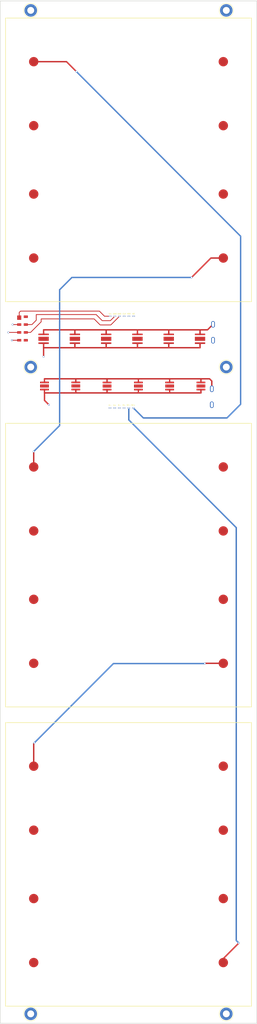
<source format=kicad_pcb>
(kicad_pcb (version 4) (host pcbnew 4.0.7-e2-6376~58~ubuntu16.04.1)

  (general
    (links 0)
    (no_connects 0)
    (area 58.464999 19.907 140.615001 347.905)
    (thickness 1.6)
    (drawings 34)
    (tracks 162)
    (zones 0)
    (modules 26)
    (nets 1)
  )

  (page User 200 399.999)
  (layers
    (0 F.Cu power)
    (1 In1.Cu signal)
    (2 In2.Cu signal)
    (31 B.Cu signal)
    (32 B.Adhes user)
    (33 F.Adhes user)
    (34 B.Paste user)
    (35 F.Paste user)
    (36 B.SilkS user)
    (37 F.SilkS user)
    (38 B.Mask user)
    (39 F.Mask user)
    (40 Dwgs.User user)
    (41 Cmts.User user)
    (42 Eco1.User user)
    (43 Eco2.User user)
    (44 Edge.Cuts user)
    (45 Margin user)
    (46 B.CrtYd user)
    (47 F.CrtYd user)
    (48 B.Fab user)
    (49 F.Fab user)
  )

  (setup
    (last_trace_width 0.25)
    (user_trace_width 0.45)
    (trace_clearance 0.2)
    (zone_clearance 0.508)
    (zone_45_only no)
    (trace_min 0.2)
    (segment_width 0.2)
    (edge_width 0.15)
    (via_size 0.6)
    (via_drill 0.4)
    (via_min_size 0.4)
    (via_min_drill 0.3)
    (uvia_size 0.3)
    (uvia_drill 0.1)
    (uvias_allowed no)
    (uvia_min_size 0.2)
    (uvia_min_drill 0.1)
    (pcb_text_width 0.3)
    (pcb_text_size 1.5 1.5)
    (mod_edge_width 0.15)
    (mod_text_size 1 1)
    (mod_text_width 0.15)
    (pad_size 4 4)
    (pad_drill 2.2)
    (pad_to_mask_clearance 0.2)
    (aux_axis_origin 0 0)
    (visible_elements 7FFFFFFF)
    (pcbplotparams
      (layerselection 0x010f0_80000007)
      (usegerberextensions false)
      (excludeedgelayer true)
      (linewidth 0.100000)
      (plotframeref true)
      (viasonmask false)
      (mode 1)
      (useauxorigin false)
      (hpglpennumber 1)
      (hpglpenspeed 20)
      (hpglpendiameter 15)
      (hpglpenoverlay 2)
      (psnegative false)
      (psa4output false)
      (plotreference true)
      (plotvalue true)
      (plotinvisibletext false)
      (padsonsilk true)
      (subtractmaskfromsilk false)
      (outputformat 4)
      (mirror false)
      (drillshape 0)
      (scaleselection 1)
      (outputdirectory pdfs/))
  )

  (net 0 "")

  (net_class Default "This is the default net class."
    (clearance 0.2)
    (trace_width 0.25)
    (via_dia 0.6)
    (via_drill 0.4)
    (uvia_dia 0.3)
    (uvia_drill 0.1)
  )

  (module QSAT:connector (layer F.Cu) (tedit 5AF4B75F) (tstamp 5AF4B7BF)
    (at 97.42 121.43)
    (fp_text reference "" (at -0.3 -2.21) (layer F.SilkS)
      (effects (font (size 1 1) (thickness 0.15)))
    )
    (fp_text value "" (at -0.3 -3.21) (layer F.Fab)
      (effects (font (size 1 1) (thickness 0.15)))
    )
    (pad 1 thru_hole oval (at -3.75 0) (size 0.9 0.4) (drill oval 0.75 0.25) (layers *.Cu *.Mask))
    (pad 21 thru_hole oval (at -2.253 0) (size 0.9 0.4) (drill oval 0.75 0.25) (layers *.Cu *.Mask))
    (pad 31 thru_hole oval (at -0.756 0) (size 0.9 0.4) (drill oval 0.75 0.25) (layers *.Cu *.Mask))
    (pad 41 thru_hole oval (at 0.741 0) (size 0.9 0.4) (drill oval 0.75 0.25) (layers *.Cu *.Mask))
    (pad 51 thru_hole oval (at 2.238 0) (size 0.9 0.4) (drill oval 0.75 0.25) (layers *.Cu *.Mask))
    (pad 61 thru_hole oval (at 3.735 0) (size 0.9 0.4) (drill oval 0.75 0.25) (layers *.Cu *.Mask))
  )

  (module QSAT:solarpanels (layer F.Cu) (tedit 5AF391BF) (tstamp 5A909231)
    (at 64.74 232.08 90)
    (fp_text reference "" (at -0.09 1.05 90) (layer F.SilkS)
      (effects (font (size 1 1) (thickness 0.15)))
    )
    (fp_text value "" (at 0 -0.5 90) (layer F.Fab)
      (effects (font (size 1 1) (thickness 0.15)))
    )
    (pad 1 smd circle (at 42.2 65.1 90) (size 3 3) (layers F.Cu F.Paste F.Mask))
    (pad 1 smd circle (at 62.6 4.5 90) (size 3 3) (layers F.Cu F.Paste F.Mask))
    (pad 1 smd circle (at 62.6 65.1 90) (size 3 3) (layers F.Cu F.Paste F.Mask))
    (pad 1 smd circle (at 42.2 4.5 90) (size 3 3) (layers F.Cu F.Paste F.Mask))
    (pad 1 smd circle (at 20.4 65.1 90) (size 3 3) (layers F.Cu F.Paste F.Mask))
    (pad 1 smd circle (at 20.4 4.5 90) (size 3 3) (layers F.Cu F.Paste F.Mask))
    (pad 1 smd circle (at 0 65.1 90) (size 3 3) (layers F.Cu F.Paste F.Mask))
    (pad 1 smd circle (at 0 4.5 90) (size 3 3) (layers F.Cu F.Paste F.Mask))
  )

  (module QSAT:greenLED (layer F.Cu) (tedit 5AF3911A) (tstamp 5AF3907B)
    (at 92.68 143.69 90)
    (fp_text reference "" (at -0.09 -3.13 90) (layer F.SilkS)
      (effects (font (size 1 1) (thickness 0.15)))
    )
    (fp_text value "" (at -0.09 -4.13 90) (layer F.Fab)
      (effects (font (size 1 1) (thickness 0.15)))
    )
    (pad 1 smd rect (at 0 0 180) (size 2.8 1) (layers F.Cu F.Paste F.Mask))
    (pad 2 smd rect (at -1.125 0 180) (size 2.8 0.55) (layers F.Cu F.Paste F.Mask))
    (pad 3 smd rect (at 1.125 0 180) (size 2.8 0.55) (layers F.Cu F.Paste F.Mask))
  )

  (module QSAT:greenLED (layer F.Cu) (tedit 5AF39112) (tstamp 5AF39048)
    (at 82.7 143.66 90)
    (fp_text reference "" (at -0.09 -3.13 90) (layer F.SilkS)
      (effects (font (size 1 1) (thickness 0.15)))
    )
    (fp_text value "" (at 0.39 3.14 90) (layer F.Fab)
      (effects (font (size 1 1) (thickness 0.15)))
    )
    (pad 1 smd rect (at 0 0 180) (size 2.8 1) (layers F.Cu F.Paste F.Mask))
    (pad 2 smd rect (at -1.125 0 180) (size 2.8 0.55) (layers F.Cu F.Paste F.Mask))
    (pad 3 smd rect (at 1.125 0 180) (size 2.8 0.55) (layers F.Cu F.Paste F.Mask))
  )

  (module Connectors:1pin (layer F.Cu) (tedit 5ADF8F02) (tstamp 5ADF92A8)
    (at 130.79 343.83)
    (descr "module 1 pin (ou trou mecanique de percage)")
    (tags DEV)
    (fp_text reference "" (at 0 -3.048) (layer F.SilkS)
      (effects (font (size 1 1) (thickness 0.15)))
    )
    (fp_text value "" (at 0 3) (layer F.Fab)
      (effects (font (size 1 1) (thickness 0.15)))
    )
    (fp_circle (center 0 0) (end 2 0.8) (layer F.Fab) (width 0.1))
    (fp_circle (center 0 0) (end 2.6 0) (layer F.CrtYd) (width 0.05))
    (fp_circle (center 0 0) (end 0 -2.286) (layer F.SilkS) (width 0.12))
    (pad 1 thru_hole circle (at 0 0) (size 4 4) (drill 2.2) (layers *.Cu *.Mask))
  )

  (module Connectors:1pin (layer F.Cu) (tedit 5ADF8F02) (tstamp 5ADF9266)
    (at 130.79 137.63)
    (descr "module 1 pin (ou trou mecanique de percage)")
    (tags DEV)
    (fp_text reference "" (at 0 -3.048) (layer F.SilkS)
      (effects (font (size 1 1) (thickness 0.15)))
    )
    (fp_text value "" (at 0 3) (layer F.Fab)
      (effects (font (size 1 1) (thickness 0.15)))
    )
    (fp_circle (center 0 0) (end 2 0.8) (layer F.Fab) (width 0.1))
    (fp_circle (center 0 0) (end 2.6 0) (layer F.CrtYd) (width 0.05))
    (fp_circle (center 0 0) (end 0 -2.286) (layer F.SilkS) (width 0.12))
    (pad 1 thru_hole circle (at 0 0) (size 4 4) (drill 2.2) (layers *.Cu *.Mask))
  )

  (module Connectors:1pin (layer F.Cu) (tedit 5ADF8F02) (tstamp 5ADF9157)
    (at 68.29 343.83)
    (descr "module 1 pin (ou trou mecanique de percage)")
    (tags DEV)
    (fp_text reference "" (at 0 -3.048) (layer F.SilkS)
      (effects (font (size 1 1) (thickness 0.15)))
    )
    (fp_text value "" (at 0 3) (layer F.Fab)
      (effects (font (size 1 1) (thickness 0.15)))
    )
    (fp_circle (center 0 0) (end 2 0.8) (layer F.Fab) (width 0.1))
    (fp_circle (center 0 0) (end 2.6 0) (layer F.CrtYd) (width 0.05))
    (fp_circle (center 0 0) (end 0 -2.286) (layer F.SilkS) (width 0.12))
    (pad 1 thru_hole circle (at 0 0) (size 4 4) (drill 2.2) (layers *.Cu *.Mask))
  )

  (module Connectors:1pin (layer F.Cu) (tedit 5ADF8F02) (tstamp 5ADF908A)
    (at 68.29 137.63)
    (descr "module 1 pin (ou trou mecanique de percage)")
    (tags DEV)
    (fp_text reference "" (at 0 -3.048) (layer F.SilkS)
      (effects (font (size 1 1) (thickness 0.15)))
    )
    (fp_text value "" (at 0 3) (layer F.Fab)
      (effects (font (size 1 1) (thickness 0.15)))
    )
    (fp_circle (center 0 0) (end 2 0.8) (layer F.Fab) (width 0.1))
    (fp_circle (center 0 0) (end 2.6 0) (layer F.CrtYd) (width 0.05))
    (fp_circle (center 0 0) (end 0 -2.286) (layer F.SilkS) (width 0.12))
    (pad 1 thru_hole circle (at 0 0) (size 4 4) (drill 2.2) (layers *.Cu *.Mask))
  )

  (module Connectors:1pin (layer F.Cu) (tedit 5ADF8F02) (tstamp 5ADF9050)
    (at 130.79 23.93)
    (descr "module 1 pin (ou trou mecanique de percage)")
    (tags DEV)
    (fp_text reference "" (at 0 -3.048) (layer F.SilkS)
      (effects (font (size 1 1) (thickness 0.15)))
    )
    (fp_text value "" (at 0 3) (layer F.Fab)
      (effects (font (size 1 1) (thickness 0.15)))
    )
    (fp_circle (center 0 0) (end 2 0.8) (layer F.Fab) (width 0.1))
    (fp_circle (center 0 0) (end 2.6 0) (layer F.CrtYd) (width 0.05))
    (fp_circle (center 0 0) (end 0 -2.286) (layer F.SilkS) (width 0.12))
    (pad 1 thru_hole circle (at 0 0) (size 4 4) (drill 2.2) (layers *.Cu *.Mask))
  )

  (module QSAT:redLED (layer F.Cu) (tedit 5AF3915A) (tstamp 5A90931F)
    (at 69 128.62 90)
    (fp_text reference "" (at 0 0.5 90) (layer F.SilkS)
      (effects (font (size 1 1) (thickness 0.15)))
    )
    (fp_text value "" (at -0.225 -0.9 90) (layer F.Fab)
      (effects (font (size 1 1) (thickness 0.15)))
    )
    (pad 1 smd rect (at 0 3.4 90) (size 1.3 3.3) (layers F.Cu F.Paste F.Mask))
    (pad 2 smd rect (at -1.4 3.4 90) (size 0.5 3.3) (layers F.Cu F.Paste F.Mask))
    (pad 3 smd rect (at 1.4 3.4 90) (size 0.5 3.3) (layers F.Cu F.Paste F.Mask))
    (pad 4 smd rect (at 1.85 3.4 90) (size 0.4 0.5) (layers F.Cu F.Paste F.Mask))
    (pad 5 smd rect (at -1.85 3.4 90) (size 0.4 0.5) (layers F.Cu F.Paste F.Mask))
  )

  (module QSAT:redLED (layer F.Cu) (tedit 5AF39166) (tstamp 5A909315)
    (at 79 128.62 90)
    (fp_text reference "" (at 0 0.5 90) (layer F.SilkS)
      (effects (font (size 1 1) (thickness 0.15)))
    )
    (fp_text value "" (at -0.1 -0.925 90) (layer F.Fab)
      (effects (font (size 1 1) (thickness 0.15)))
    )
    (pad 1 smd rect (at 0 3.4 90) (size 1.3 3.3) (layers F.Cu F.Paste F.Mask))
    (pad 2 smd rect (at -1.4 3.4 90) (size 0.5 3.3) (layers F.Cu F.Paste F.Mask))
    (pad 3 smd rect (at 1.4 3.4 90) (size 0.5 3.3) (layers F.Cu F.Paste F.Mask))
    (pad 4 smd rect (at 1.85 3.4 90) (size 0.4 0.5) (layers F.Cu F.Paste F.Mask))
    (pad 5 smd rect (at -1.85 3.4 90) (size 0.4 0.5) (layers F.Cu F.Paste F.Mask))
  )

  (module QSAT:redLED (layer F.Cu) (tedit 5AF39175) (tstamp 5A90930B)
    (at 89 128.62 90)
    (fp_text reference "" (at 0 0.5 90) (layer F.SilkS)
      (effects (font (size 1 1) (thickness 0.15)))
    )
    (fp_text value "" (at -0.175 -0.95 90) (layer F.Fab)
      (effects (font (size 1 1) (thickness 0.15)))
    )
    (pad 1 smd rect (at 0 3.4 90) (size 1.3 3.3) (layers F.Cu F.Paste F.Mask))
    (pad 2 smd rect (at -1.4 3.4 90) (size 0.5 3.3) (layers F.Cu F.Paste F.Mask))
    (pad 3 smd rect (at 1.4 3.4 90) (size 0.5 3.3) (layers F.Cu F.Paste F.Mask))
    (pad 4 smd rect (at 1.85 3.4 90) (size 0.4 0.5) (layers F.Cu F.Paste F.Mask))
    (pad 5 smd rect (at -1.85 3.4 90) (size 0.4 0.5) (layers F.Cu F.Paste F.Mask))
  )

  (module QSAT:redLED (layer F.Cu) (tedit 5AF3916E) (tstamp 5A909302)
    (at 99 128.62 90)
    (fp_text reference "" (at 0 0.5 90) (layer F.SilkS)
      (effects (font (size 1 1) (thickness 0.15)))
    )
    (fp_text value "" (at 0 -0.85 90) (layer F.Fab)
      (effects (font (size 1 1) (thickness 0.15)))
    )
    (pad 1 smd rect (at 0 3.4 90) (size 1.3 3.3) (layers F.Cu F.Paste F.Mask))
    (pad 2 smd rect (at -1.4 3.4 90) (size 0.5 3.3) (layers F.Cu F.Paste F.Mask))
    (pad 3 smd rect (at 1.4 3.4 90) (size 0.5 3.3) (layers F.Cu F.Paste F.Mask))
    (pad 4 smd rect (at 1.85 3.4 90) (size 0.4 0.5) (layers F.Cu F.Paste F.Mask))
    (pad 5 smd rect (at -1.85 3.4 90) (size 0.4 0.5) (layers F.Cu F.Paste F.Mask))
  )

  (module QSAT:redLED (layer F.Cu) (tedit 5AF3917E) (tstamp 5A9092EF)
    (at 109 128.62 90)
    (fp_text reference "" (at 0 0.5 90) (layer F.SilkS)
      (effects (font (size 1 1) (thickness 0.15)))
    )
    (fp_text value "" (at -0.075 -0.8 90) (layer F.Fab)
      (effects (font (size 1 1) (thickness 0.15)))
    )
    (pad 1 smd rect (at 0 3.4 90) (size 1.3 3.3) (layers F.Cu F.Paste F.Mask))
    (pad 2 smd rect (at -1.4 3.4 90) (size 0.5 3.3) (layers F.Cu F.Paste F.Mask))
    (pad 3 smd rect (at 1.4 3.4 90) (size 0.5 3.3) (layers F.Cu F.Paste F.Mask))
    (pad 4 smd rect (at 1.85 3.4 90) (size 0.4 0.5) (layers F.Cu F.Paste F.Mask))
    (pad 5 smd rect (at -1.85 3.4 90) (size 0.4 0.5) (layers F.Cu F.Paste F.Mask))
  )

  (module QSAT:solarpanels (layer F.Cu) (tedit 5AF39220) (tstamp 5A90921E)
    (at 64.84 327.48 90)
    (fp_text reference "" (at 0.26 1.09 90) (layer F.SilkS)
      (effects (font (size 1 1) (thickness 0.15)))
    )
    (fp_text value "" (at 0 -0.5 90) (layer F.Fab)
      (effects (font (size 1 1) (thickness 0.15)))
    )
    (pad 1 smd circle (at 42.2 65 90) (size 3 3) (layers F.Cu F.Paste F.Mask))
    (pad 1 smd circle (at 62.6 4.4 90) (size 3 3) (layers F.Cu F.Paste F.Mask))
    (pad 1 smd circle (at 62.6 65 90) (size 3 3) (layers F.Cu F.Paste F.Mask))
    (pad 1 smd circle (at 42.2 4.4 90) (size 3 3) (layers F.Cu F.Paste F.Mask))
    (pad 1 smd circle (at 20.4 65 90) (size 3 3) (layers F.Cu F.Paste F.Mask))
    (pad 1 smd circle (at 20.4 4.4 90) (size 3 3) (layers F.Cu F.Paste F.Mask))
    (pad 1 smd circle (at 0 65 90) (size 3 3) (layers F.Cu F.Paste F.Mask))
    (pad 1 smd circle (at 0 4.4 90) (size 3 3) (layers F.Cu F.Paste F.Mask))
  )

  (module QSAT:solarpanels (layer F.Cu) (tedit 5AF391B1) (tstamp 5A908D4E)
    (at 64.84 102.88 90)
    (fp_text reference "" (at -0.03 1.2 90) (layer F.SilkS)
      (effects (font (size 1 1) (thickness 0.15)))
    )
    (fp_text value "" (at 0 -0.5 90) (layer F.Fab)
      (effects (font (size 1 1) (thickness 0.15)))
    )
    (pad 1 smd circle (at 42.2 65 90) (size 3 3) (layers F.Cu F.Paste F.Mask))
    (pad 1 smd circle (at 62.6 4.4 90) (size 3 3) (layers F.Cu F.Paste F.Mask))
    (pad 1 smd circle (at 62.6 65 90) (size 3 3) (layers F.Cu F.Paste F.Mask))
    (pad 1 smd circle (at 42.2 4.4 90) (size 3 3) (layers F.Cu F.Paste F.Mask))
    (pad 1 smd circle (at 20.4 65 90) (size 3 3) (layers F.Cu F.Paste F.Mask))
    (pad 1 smd circle (at 20.4 4.4 90) (size 3 3) (layers F.Cu F.Paste F.Mask))
    (pad 1 smd circle (at 0 65 90) (size 3 3) (layers F.Cu F.Paste F.Mask))
    (pad 1 smd circle (at 0 4.4 90) (size 3 3) (layers F.Cu F.Paste F.Mask))
  )

  (module QSAT:redLED (layer F.Cu) (tedit 5AF39186) (tstamp 5A9092DC)
    (at 119 128.62 90)
    (fp_text reference "" (at 0 0.5 90) (layer F.SilkS)
      (effects (font (size 1 1) (thickness 0.15)))
    )
    (fp_text value "" (at 0.075 -0.8 90) (layer F.Fab)
      (effects (font (size 1 1) (thickness 0.15)))
    )
    (pad 1 smd rect (at 0 3.4 90) (size 1.3 3.3) (layers F.Cu F.Paste F.Mask))
    (pad 2 smd rect (at -1.4 3.4 90) (size 0.5 3.3) (layers F.Cu F.Paste F.Mask))
    (pad 3 smd rect (at 1.4 3.4 90) (size 0.5 3.3) (layers F.Cu F.Paste F.Mask))
    (pad 4 smd rect (at 1.85 3.4 90) (size 0.4 0.5) (layers F.Cu F.Paste F.Mask))
    (pad 5 smd rect (at -1.85 3.4 90) (size 0.4 0.5) (layers F.Cu F.Paste F.Mask))
  )

  (module QSAT:resistor (layer F.Cu) (tedit 5AF3918F) (tstamp 5AB81F44)
    (at 124.19 129.09 90)
    (fp_text reference "" (at -0.04 0.83 90) (layer F.SilkS)
      (effects (font (size 1 1) (thickness 0.15)))
    )
    (fp_text value "" (at 0 -0.5 90) (layer F.Fab)
      (effects (font (size 1 1) (thickness 0.15)))
    )
    (pad 1 thru_hole oval (at 5.08 2.37 90) (size 2.1 1.2) (drill oval 1.6 0.7) (layers *.Cu *.Mask))
    (pad 1 thru_hole oval (at 0 2.37 90) (size 2.1 1.2) (drill oval 1.6 0.7) (layers *.Cu *.Mask))
  )

  (module QSAT:resistor (layer F.Cu) (tedit 5AF39198) (tstamp 5AB81F4F)
    (at 123.91 149.65 90)
    (fp_text reference "" (at -0.08 0.82 90) (layer F.SilkS)
      (effects (font (size 1 1) (thickness 0.15)))
    )
    (fp_text value "" (at 0 -0.5 90) (layer F.Fab)
      (effects (font (size 1 1) (thickness 0.15)))
    )
    (pad 1 thru_hole oval (at 5.08 2.25 90) (size 2.1 1.2) (drill oval 1.6 0.7) (layers *.Cu *.Mask))
    (pad 1 thru_hole oval (at 0 2.25 90) (size 2.1 1.2) (drill oval 1.6 0.7) (layers *.Cu *.Mask))
  )

  (module Connectors:1pin (layer F.Cu) (tedit 5ADF8F02) (tstamp 5ADF8DF0)
    (at 68.29 23.93)
    (descr "module 1 pin (ou trou mecanique de percage)")
    (tags DEV)
    (fp_text reference "" (at 0 -3.048) (layer F.SilkS)
      (effects (font (size 1 1) (thickness 0.15)))
    )
    (fp_text value "" (at 0 3) (layer F.Fab)
      (effects (font (size 1 1) (thickness 0.15)))
    )
    (fp_circle (center 0 0) (end 2 0.8) (layer F.Fab) (width 0.1))
    (fp_circle (center 0 0) (end 2.6 0) (layer F.CrtYd) (width 0.05))
    (fp_circle (center 0 0) (end 0 -2.286) (layer F.SilkS) (width 0.12))
    (pad 1 thru_hole circle (at 0 0) (size 4 4) (drill 2.2) (layers *.Cu *.Mask))
  )

  (module QSAT:sunsensor (layer F.Cu) (tedit 5AF391A3) (tstamp 5AEF3C39)
    (at 63.96 121.19)
    (fp_text reference "" (at 0.48 -2.42) (layer F.SilkS)
      (effects (font (size 1 1) (thickness 0.15)))
    )
    (fp_text value "" (at 0.27 -3.71) (layer F.Fab)
      (effects (font (size 1 1) (thickness 0.15)))
    )
    (pad 2 smd rect (at 0.65 7.9) (size 1.3 0.8) (layers F.Cu F.Paste F.Mask))
    (pad 2 smd rect (at 0.65 5.4) (size 1.3 0.8) (layers F.Cu F.Paste F.Mask))
    (pad 2 smd rect (at 0.65 2.9) (size 1.3 0.8) (layers F.Cu F.Paste F.Mask))
    (pad 2 smd rect (at 2.75 7.9) (size 1.3 0.8) (layers F.Cu F.Paste F.Mask))
    (pad 2 smd rect (at 2.75 5.4) (size 1.3 0.8) (layers F.Cu F.Paste F.Mask))
    (pad 2 smd rect (at 2.75 2.9) (size 1.3 0.8) (layers F.Cu F.Paste F.Mask))
    (pad 1 smd rect (at 0.65 0.7) (size 1.3 1.4) (layers F.Cu F.Paste F.Mask))
    (pad 2 smd rect (at 2.75 0.4) (size 1.3 0.8) (layers F.Cu F.Paste F.Mask))
  )

  (module QSAT:greenLED (layer F.Cu) (tedit 5AF3910C) (tstamp 5AF38FD9)
    (at 72.68 143.67 90)
    (fp_text reference "" (at 0.24 5.13 90) (layer F.SilkS)
      (effects (font (size 1 1) (thickness 0.15)))
    )
    (fp_text value "" (at 0.15 3.48 90) (layer F.Fab)
      (effects (font (size 1 1) (thickness 0.15)))
    )
    (pad 1 smd rect (at 0 0 180) (size 2.8 1) (layers F.Cu F.Paste F.Mask))
    (pad 2 smd rect (at -1.125 0 180) (size 2.8 0.55) (layers F.Cu F.Paste F.Mask))
    (pad 3 smd rect (at 1.125 0 180) (size 2.8 0.55) (layers F.Cu F.Paste F.Mask))
  )

  (module QSAT:greenLED (layer F.Cu) (tedit 5AF39124) (tstamp 5AF39089)
    (at 102.7 143.68 90)
    (fp_text reference "" (at -0.09 -3.13 90) (layer F.SilkS)
      (effects (font (size 1 1) (thickness 0.15)))
    )
    (fp_text value "" (at -0.09 -4.13 90) (layer F.Fab)
      (effects (font (size 1 1) (thickness 0.15)))
    )
    (pad 1 smd rect (at 0 0 180) (size 2.8 1) (layers F.Cu F.Paste F.Mask))
    (pad 2 smd rect (at -1.125 0 180) (size 2.8 0.55) (layers F.Cu F.Paste F.Mask))
    (pad 3 smd rect (at 1.125 0 180) (size 2.8 0.55) (layers F.Cu F.Paste F.Mask))
  )

  (module QSAT:greenLED (layer F.Cu) (tedit 5AF3912D) (tstamp 5AF390B1)
    (at 112.69 143.68 90)
    (fp_text reference "" (at -0.09 -3.13 90) (layer F.SilkS)
      (effects (font (size 1 1) (thickness 0.15)))
    )
    (fp_text value "" (at -0.09 -4.13 90) (layer F.Fab)
      (effects (font (size 1 1) (thickness 0.15)))
    )
    (pad 1 smd rect (at 0 0 180) (size 2.8 1) (layers F.Cu F.Paste F.Mask))
    (pad 2 smd rect (at -1.125 0 180) (size 2.8 0.55) (layers F.Cu F.Paste F.Mask))
    (pad 3 smd rect (at 1.125 0 180) (size 2.8 0.55) (layers F.Cu F.Paste F.Mask))
  )

  (module QSAT:greenLED (layer F.Cu) (tedit 5AF39134) (tstamp 5AF390BF)
    (at 122.69 143.68 90)
    (fp_text reference "" (at -0.09 -3.13 90) (layer F.SilkS)
      (effects (font (size 1 1) (thickness 0.15)))
    )
    (fp_text value "" (at -0.09 -4.13 90) (layer F.Fab)
      (effects (font (size 1 1) (thickness 0.15)))
    )
    (pad 1 smd rect (at 0 0 180) (size 2.8 1) (layers F.Cu F.Paste F.Mask))
    (pad 2 smd rect (at -1.125 0 180) (size 2.8 0.55) (layers F.Cu F.Paste F.Mask))
    (pad 3 smd rect (at 1.125 0 180) (size 2.8 0.55) (layers F.Cu F.Paste F.Mask))
  )

  (module QSAT:connector (layer F.Cu) (tedit 5AF4B75F) (tstamp 5AF4B7A2)
    (at 97.37 150.68)
    (fp_text reference "" (at -0.3 -2.21) (layer F.SilkS)
      (effects (font (size 1 1) (thickness 0.15)))
    )
    (fp_text value "" (at -0.3 -3.21) (layer F.Fab)
      (effects (font (size 1 1) (thickness 0.15)))
    )
    (pad 1 thru_hole oval (at -3.75 0) (size 0.9 0.4) (drill oval 0.75 0.25) (layers *.Cu *.Mask))
    (pad 21 thru_hole oval (at -2.253 0) (size 0.9 0.4) (drill oval 0.75 0.25) (layers *.Cu *.Mask))
    (pad 31 thru_hole oval (at -0.756 0) (size 0.9 0.4) (drill oval 0.75 0.25) (layers *.Cu *.Mask))
    (pad 41 thru_hole oval (at 0.741 0) (size 0.9 0.4) (drill oval 0.75 0.25) (layers *.Cu *.Mask))
    (pad 51 thru_hole oval (at 2.238 0) (size 0.9 0.4) (drill oval 0.75 0.25) (layers *.Cu *.Mask))
    (pad 61 thru_hole oval (at 3.735 0) (size 0.9 0.4) (drill oval 0.75 0.25) (layers *.Cu *.Mask))
  )

  (gr_text SC+ (at 101.07 149.77) (layer F.SilkS) (tstamp 5AF4DA9D)
    (effects (font (size 0.4 0.4) (thickness 0.1)))
  )
  (gr_text SC- (at 99.6 149.77) (layer F.SilkS) (tstamp 5AF4DA97)
    (effects (font (size 0.4 0.4) (thickness 0.1)))
  )
  (gr_text R+ (at 98.11 149.78) (layer F.SilkS) (tstamp 5AF4DA95)
    (effects (font (size 0.4 0.4) (thickness 0.1)))
  )
  (gr_text R- (at 96.64 149.8) (layer F.SilkS) (tstamp 5AF4DA91)
    (effects (font (size 0.4 0.4) (thickness 0.1)))
  )
  (gr_text G+ (at 95.14 149.81) (layer F.SilkS) (tstamp 5AF4DA8E)
    (effects (font (size 0.4 0.4) (thickness 0.1)))
  )
  (gr_text G- (at 93.63 149.8) (layer F.SilkS) (tstamp 5AF4DA28)
    (effects (font (size 0.4 0.4) (thickness 0.1)))
  )
  (gr_text AO (at 101.15 120.65) (layer F.SilkS) (tstamp 5AF4D80F)
    (effects (font (size 0.4 0.4) (thickness 0.1)))
  )
  (gr_text VDD (at 99.64 120.66) (layer F.SilkS) (tstamp 5AF4D80B)
    (effects (font (size 0.4 0.4) (thickness 0.1)))
  )
  (gr_text CLK (at 98.18 120.66) (layer F.SilkS) (tstamp 5AF4D809)
    (effects (font (size 0.4 0.4) (thickness 0.1)))
  )
  (gr_text GND (at 96.64 120.67) (layer F.SilkS) (tstamp 5AF4D804)
    (effects (font (size 0.4 0.4) (thickness 0.1)))
  )
  (gr_text GND (at 95.17 120.68) (layer F.SilkS) (tstamp 5AF4D801)
    (effects (font (size 0.4 0.4) (thickness 0.1)))
  )
  (gr_text SI1 (at 93.67 120.68) (layer F.SilkS)
    (effects (font (size 0.4 0.4) (thickness 0.1)))
  )
  (gr_line (start 58.54 346.83) (end 58.54 20.93) (angle 90) (layer Edge.Cuts) (width 0.15))
  (gr_line (start 140.54 20.93) (end 140.54 346.83) (angle 90) (layer Edge.Cuts) (width 0.15))
  (gr_line (start 60.24 250.98) (end 60.265 250.98) (angle 90) (layer F.SilkS) (width 0.2))
  (gr_line (start 60.24 341.38) (end 60.24 250.98) (angle 90) (layer F.SilkS) (width 0.2))
  (gr_line (start 138.84 341.38) (end 60.24 341.38) (angle 90) (layer F.SilkS) (width 0.2))
  (gr_line (start 138.84 250.98) (end 138.84 341.38) (angle 90) (layer F.SilkS) (width 0.2))
  (gr_line (start 60.24 250.98) (end 138.84 250.98) (angle 90) (layer F.SilkS) (width 0.2))
  (gr_line (start 60.24 155.58) (end 60.265 155.58) (angle 90) (layer F.SilkS) (width 0.2))
  (gr_line (start 60.24 245.98) (end 60.24 155.58) (angle 90) (layer F.SilkS) (width 0.2))
  (gr_line (start 138.84 245.98) (end 60.24 245.98) (angle 90) (layer F.SilkS) (width 0.2))
  (gr_line (start 138.84 155.58) (end 138.84 245.98) (angle 90) (layer F.SilkS) (width 0.2))
  (gr_line (start 60.24 155.58) (end 138.84 155.58) (angle 90) (layer F.SilkS) (width 0.2))
  (gr_line (start 60.24 116.555) (end 60.24 116.53) (angle 90) (layer F.SilkS) (width 0.2))
  (gr_line (start 60.24 116.78) (end 60.24 116.555) (angle 90) (layer F.SilkS) (width 0.2))
  (gr_line (start 138.84 116.78) (end 60.24 116.78) (angle 90) (layer F.SilkS) (width 0.2))
  (gr_line (start 138.84 116.68) (end 138.84 116.78) (angle 90) (layer F.SilkS) (width 0.2))
  (gr_line (start 138.84 26.38) (end 138.84 26.405) (angle 90) (layer F.SilkS) (width 0.2))
  (gr_line (start 60.24 26.38) (end 138.84 26.38) (angle 90) (layer F.SilkS) (width 0.2))
  (gr_line (start 60.24 116.68) (end 60.24 26.38) (angle 90) (layer F.SilkS) (width 0.2))
  (gr_line (start 138.84 26.38) (end 138.84 116.68) (angle 90) (layer F.SilkS) (width 0.2))
  (gr_line (start 58.54 346.83) (end 140.54 346.83) (angle 90) (layer Edge.Cuts) (width 0.15))
  (gr_line (start 58.54 20.93) (end 140.54 20.93) (angle 90) (layer Edge.Cuts) (width 0.15))

  (segment (start 98.111 150.801) (end 98.58 151.27) (width 0.45) (layer In1.Cu) (net 0) (tstamp 5AF4D9E3))
  (segment (start 126.56 129.09) (end 126.56 139.5) (width 0.45) (layer In1.Cu) (net 0))
  (segment (start 99.84 152.53) (end 98.58 151.27) (width 0.45) (layer In1.Cu) (net 0) (tstamp 5AF4D9DB))
  (segment (start 98.58 151.27) (end 98.04 150.73) (width 0.45) (layer In1.Cu) (net 0) (tstamp 5AF4D9EF))
  (segment (start 127.75 152.53) (end 99.84 152.53) (width 0.45) (layer In1.Cu) (net 0) (tstamp 5AF4D9D6))
  (segment (start 129.07 151.21) (end 127.75 152.53) (width 0.45) (layer In1.Cu) (net 0) (tstamp 5AF4D9D5))
  (segment (start 129.07 142.01) (end 129.07 151.21) (width 0.45) (layer In1.Cu) (net 0) (tstamp 5AF4D9CF))
  (segment (start 126.56 139.5) (end 129.07 142.01) (width 0.45) (layer In1.Cu) (net 0) (tstamp 5AF4D9CE))
  (segment (start 126.16 149.65) (end 126.16 153.01) (width 0.45) (layer In2.Cu) (net 0))
  (segment (start 95.117 153.197) (end 95.117 150.68) (width 0.45) (layer In2.Cu) (net 0) (tstamp 5AF4D9C1))
  (segment (start 96.5 154.58) (end 95.117 153.197) (width 0.45) (layer In2.Cu) (net 0) (tstamp 5AF4D9BE))
  (segment (start 124.59 154.58) (end 96.5 154.58) (width 0.45) (layer In2.Cu) (net 0) (tstamp 5AF4D9BD))
  (segment (start 126.16 153.01) (end 124.59 154.58) (width 0.45) (layer In2.Cu) (net 0) (tstamp 5AF4D9B2))
  (segment (start 64.61 129.09) (end 62.28 129.09) (width 0.25) (layer F.Cu) (net 0))
  (segment (start 88.858 132.23) (end 99.658 121.43) (width 0.25) (layer In2.Cu) (net 0) (tstamp 5AF4D989))
  (segment (start 62.61 132.23) (end 88.858 132.23) (width 0.25) (layer In2.Cu) (net 0) (tstamp 5AF4D984))
  (segment (start 61.61 131.23) (end 62.61 132.23) (width 0.25) (layer In2.Cu) (net 0) (tstamp 5AF4D983))
  (segment (start 61.61 129.76) (end 61.61 131.23) (width 0.25) (layer In2.Cu) (net 0) (tstamp 5AF4D982))
  (segment (start 62.28 129.09) (end 61.61 129.76) (width 0.25) (layer In2.Cu) (net 0) (tstamp 5AF4D981))
  (via (at 62.28 129.09) (size 0.6) (drill 0.4) (layers F.Cu B.Cu) (net 0))
  (segment (start 64.61 126.59) (end 61.12 126.59) (width 0.25) (layer F.Cu) (net 0))
  (segment (start 101.155 124.135) (end 101.155 121.43) (width 0.25) (layer In2.Cu) (net 0) (tstamp 5AF4D961))
  (segment (start 91.93 133.36) (end 101.155 124.135) (width 0.25) (layer In2.Cu) (net 0) (tstamp 5AF4D954))
  (segment (start 60.89 133.36) (end 91.93 133.36) (width 0.25) (layer In2.Cu) (net 0) (tstamp 5AF4D950))
  (segment (start 59.69 132.16) (end 60.89 133.36) (width 0.25) (layer In2.Cu) (net 0) (tstamp 5AF4D94E))
  (segment (start 59.69 128.03) (end 59.69 132.16) (width 0.25) (layer In2.Cu) (net 0) (tstamp 5AF4D94C))
  (segment (start 61.13 126.59) (end 59.69 128.03) (width 0.25) (layer In2.Cu) (net 0) (tstamp 5AF4D94B))
  (via (at 61.13 126.59) (size 0.6) (drill 0.4) (layers F.Cu B.Cu) (net 0))
  (segment (start 61.12 126.59) (end 61.13 126.59) (width 0.25) (layer F.Cu) (net 0) (tstamp 5AF4D943))
  (segment (start 64.61 124.09) (end 62.5 124.09) (width 0.25) (layer F.Cu) (net 0))
  (segment (start 94.641 124.95) (end 98.161 121.43) (width 0.25) (layer In2.Cu) (net 0) (tstamp 5AF4D910))
  (segment (start 92.09 124.95) (end 94.641 124.95) (width 0.25) (layer In2.Cu) (net 0) (tstamp 5AF4D90C))
  (segment (start 85.53 118.39) (end 92.09 124.95) (width 0.25) (layer In2.Cu) (net 0) (tstamp 5AF4D902))
  (segment (start 62.36 118.39) (end 85.53 118.39) (width 0.25) (layer In2.Cu) (net 0) (tstamp 5AF4D8FD))
  (segment (start 61.56 119.19) (end 62.36 118.39) (width 0.25) (layer In2.Cu) (net 0) (tstamp 5AF4D8FB))
  (segment (start 61.56 123.15) (end 61.56 119.19) (width 0.25) (layer In2.Cu) (net 0) (tstamp 5AF4D8F7))
  (segment (start 62.5 124.09) (end 61.56 123.15) (width 0.25) (layer In2.Cu) (net 0) (tstamp 5AF4D8F6))
  (via (at 62.5 124.09) (size 0.6) (drill 0.4) (layers F.Cu B.Cu) (net 0))
  (segment (start 66.71 126.59) (end 68.24 126.59) (width 0.25) (layer F.Cu) (net 0))
  (segment (start 93.884 124.21) (end 96.664 121.43) (width 0.25) (layer F.Cu) (net 0) (tstamp 5AF4D88D))
  (segment (start 90.47 124.21) (end 93.884 124.21) (width 0.25) (layer F.Cu) (net 0) (tstamp 5AF4D88B))
  (segment (start 88.54 122.28) (end 90.47 124.21) (width 0.25) (layer F.Cu) (net 0) (tstamp 5AF4D889))
  (segment (start 71.65 122.28) (end 88.54 122.28) (width 0.25) (layer F.Cu) (net 0) (tstamp 5AF4D886))
  (segment (start 71.62 122.31) (end 71.65 122.28) (width 0.25) (layer F.Cu) (net 0) (tstamp 5AF4D881))
  (segment (start 71.62 123.21) (end 71.62 122.31) (width 0.25) (layer F.Cu) (net 0) (tstamp 5AF4D880))
  (segment (start 68.24 126.59) (end 71.62 123.21) (width 0.25) (layer F.Cu) (net 0) (tstamp 5AF4D87D))
  (segment (start 66.71 124.09) (end 68.67 124.09) (width 0.25) (layer F.Cu) (net 0))
  (segment (start 93.747 122.85) (end 95.167 121.43) (width 0.25) (layer F.Cu) (net 0) (tstamp 5AF4D848))
  (segment (start 91.15 122.85) (end 93.747 122.85) (width 0.25) (layer F.Cu) (net 0) (tstamp 5AF4D846))
  (segment (start 89.2 120.9) (end 91.15 122.85) (width 0.25) (layer F.Cu) (net 0) (tstamp 5AF4D841))
  (segment (start 70.06 120.9) (end 89.2 120.9) (width 0.25) (layer F.Cu) (net 0) (tstamp 5AF4D83B))
  (segment (start 70.05 120.91) (end 70.06 120.9) (width 0.25) (layer F.Cu) (net 0) (tstamp 5AF4D83A))
  (segment (start 70.05 122.71) (end 70.05 120.91) (width 0.25) (layer F.Cu) (net 0) (tstamp 5AF4D838))
  (segment (start 68.67 124.09) (end 70.05 122.71) (width 0.25) (layer F.Cu) (net 0) (tstamp 5AF4D834))
  (segment (start 64.61 121.89) (end 64.61 120.22) (width 0.25) (layer F.Cu) (net 0))
  (segment (start 91.86 121.43) (end 93.67 121.43) (width 0.25) (layer F.Cu) (net 0) (tstamp 5AF4D7C6))
  (segment (start 90.23 119.8) (end 91.86 121.43) (width 0.25) (layer F.Cu) (net 0) (tstamp 5AF4D7C1))
  (segment (start 65.03 119.8) (end 90.23 119.8) (width 0.25) (layer F.Cu) (net 0) (tstamp 5AF4D7B4))
  (segment (start 64.61 120.22) (end 65.03 119.8) (width 0.25) (layer F.Cu) (net 0) (tstamp 5AF4D7AF))
  (segment (start 72.69 145.88) (end 72.69 148.26) (width 0.45) (layer F.Cu) (net 0))
  (segment (start 75.11 150.68) (end 93.62 150.68) (width 0.45) (layer In2.Cu) (net 0) (tstamp 5AF4BE11))
  (segment (start 74.1 149.67) (end 75.11 150.68) (width 0.45) (layer In2.Cu) (net 0) (tstamp 5AF4BE10))
  (via (at 74.1 149.67) (size 0.6) (drill 0.4) (layers F.Cu B.Cu) (net 0))
  (segment (start 72.69 148.26) (end 74.1 149.67) (width 0.45) (layer F.Cu) (net 0) (tstamp 5AF4BE0A))
  (segment (start 69.24 40.28) (end 79.72 40.28) (width 0.45) (layer F.Cu) (net 0))
  (segment (start 104.285 153.86) (end 101.105 150.68) (width 0.45) (layer B.Cu) (net 0) (tstamp 5AF4BD8F))
  (segment (start 131.01 153.86) (end 104.285 153.86) (width 0.45) (layer B.Cu) (net 0) (tstamp 5AF4BD88))
  (segment (start 135.37 149.5) (end 131.01 153.86) (width 0.45) (layer B.Cu) (net 0) (tstamp 5AF4BD86))
  (segment (start 135.37 95.93) (end 135.37 149.5) (width 0.45) (layer B.Cu) (net 0) (tstamp 5AF4BD7A))
  (segment (start 82.84 43.4) (end 135.37 95.93) (width 0.45) (layer B.Cu) (net 0) (tstamp 5AF4BD79))
  (via (at 82.84 43.4) (size 0.6) (drill 0.4) (layers F.Cu B.Cu) (net 0))
  (segment (start 79.72 40.28) (end 82.84 43.4) (width 0.45) (layer F.Cu) (net 0) (tstamp 5AF4BD6D))
  (segment (start 99.63 151.54) (end 99.63 150.702) (width 0.45) (layer B.Cu) (net 0))
  (segment (start 99.63 150.702) (end 99.608 150.68) (width 0.45) (layer B.Cu) (net 0) (tstamp 5AF4BD40))
  (segment (start 129.84 327.48) (end 129.84 326.22) (width 0.45) (layer F.Cu) (net 0))
  (segment (start 129.84 326.22) (end 134.8 321.26) (width 0.45) (layer F.Cu) (net 0) (tstamp 5AF4BD28))
  (via (at 134.8 321.26) (size 0.6) (drill 0.4) (layers F.Cu B.Cu) (net 0))
  (segment (start 134.8 321.26) (end 133.98 320.44) (width 0.45) (layer B.Cu) (net 0) (tstamp 5AF4BD2B))
  (segment (start 133.98 320.44) (end 133.98 188.83) (width 0.45) (layer B.Cu) (net 0) (tstamp 5AF4BD2C))
  (segment (start 133.98 188.83) (end 99.63 154.48) (width 0.45) (layer B.Cu) (net 0) (tstamp 5AF4BD32))
  (segment (start 99.63 154.48) (end 99.63 151.54) (width 0.45) (layer B.Cu) (net 0) (tstamp 5AF4BD3B))
  (segment (start 69.24 264.88) (end 69.24 257.64) (width 0.45) (layer F.Cu) (net 0))
  (segment (start 124.01 232.08) (end 129.84 232.08) (width 0.45) (layer F.Cu) (net 0) (tstamp 5AF4BD19))
  (segment (start 123.93 232.16) (end 124.01 232.08) (width 0.45) (layer F.Cu) (net 0) (tstamp 5AF4BD18))
  (via (at 123.93 232.16) (size 0.6) (drill 0.4) (layers F.Cu B.Cu) (net 0))
  (segment (start 94.72 232.16) (end 123.93 232.16) (width 0.45) (layer B.Cu) (net 0) (tstamp 5AF4BD14))
  (segment (start 69.42 257.46) (end 94.72 232.16) (width 0.45) (layer B.Cu) (net 0) (tstamp 5AF4BD13))
  (via (at 69.42 257.46) (size 0.6) (drill 0.4) (layers F.Cu B.Cu) (net 0))
  (segment (start 69.24 257.64) (end 69.42 257.46) (width 0.45) (layer F.Cu) (net 0) (tstamp 5AF4BD11))
  (segment (start 69.24 169.48) (end 69.24 164.57) (width 0.45) (layer F.Cu) (net 0))
  (segment (start 125.88 102.88) (end 129.84 102.88) (width 0.45) (layer F.Cu) (net 0) (tstamp 5AF4BCEF))
  (segment (start 119.69 109.07) (end 125.88 102.88) (width 0.45) (layer F.Cu) (net 0) (tstamp 5AF4BCEE))
  (via (at 119.69 109.07) (size 0.6) (drill 0.4) (layers F.Cu B.Cu) (net 0))
  (segment (start 81.45 109.07) (end 119.69 109.07) (width 0.45) (layer B.Cu) (net 0) (tstamp 5AF4BCEB))
  (segment (start 77.52 113) (end 81.45 109.07) (width 0.45) (layer B.Cu) (net 0) (tstamp 5AF4BCE9))
  (segment (start 77.52 156.29) (end 77.52 113) (width 0.45) (layer B.Cu) (net 0) (tstamp 5AF4BCE0))
  (segment (start 69.24 164.57) (end 77.52 156.29) (width 0.45) (layer B.Cu) (net 0) (tstamp 5AF4BCDF))
  (via (at 69.24 164.57) (size 0.6) (drill 0.4) (layers F.Cu B.Cu) (net 0))
  (segment (start 122.68 141.38) (end 125.44 141.38) (width 0.45) (layer F.Cu) (net 0))
  (segment (start 126.16 142.1) (end 126.16 144.57) (width 0.45) (layer F.Cu) (net 0) (tstamp 5AF4BC44))
  (segment (start 125.44 141.38) (end 126.16 142.1) (width 0.45) (layer F.Cu) (net 0) (tstamp 5AF4BC42))
  (segment (start 72.4 131.47) (end 72.4 134.31) (width 0.45) (layer F.Cu) (net 0))
  (segment (start 93.994 153.3) (end 96.614 150.68) (width 0.45) (layer In1.Cu) (net 0) (tstamp 5AF4BC12))
  (segment (start 64.08 153.3) (end 93.994 153.3) (width 0.45) (layer In1.Cu) (net 0) (tstamp 5AF4BC0F))
  (segment (start 63.36 152.58) (end 64.08 153.3) (width 0.45) (layer In1.Cu) (net 0) (tstamp 5AF4BC0E))
  (segment (start 63.36 148.06) (end 63.36 152.58) (width 0.45) (layer In1.Cu) (net 0) (tstamp 5AF4BC0B))
  (segment (start 72.33 139.09) (end 63.36 148.06) (width 0.45) (layer In1.Cu) (net 0) (tstamp 5AF4BC07))
  (segment (start 72.33 134.38) (end 72.33 139.09) (width 0.45) (layer In1.Cu) (net 0) (tstamp 5AF4BC02))
  (segment (start 72.39 134.32) (end 72.33 134.38) (width 0.45) (layer In1.Cu) (net 0) (tstamp 5AF4BC01))
  (via (at 72.39 134.32) (size 0.6) (drill 0.4) (layers F.Cu B.Cu) (net 0))
  (segment (start 72.4 134.31) (end 72.39 134.32) (width 0.45) (layer F.Cu) (net 0) (tstamp 5AF4BBF2))
  (segment (start 122.4 125.77) (end 124.8 125.77) (width 0.45) (layer F.Cu) (net 0))
  (segment (start 124.8 125.77) (end 126.56 124.01) (width 0.45) (layer F.Cu) (net 0) (tstamp 5AF39FAB))
  (segment (start 82.7 141.38) (end 72.72 141.38) (width 0.45) (layer F.Cu) (net 0))
  (segment (start 72.72 141.38) (end 72.68 141.38) (width 0.45) (layer F.Cu) (net 0) (tstamp 5AF39FC1))
  (segment (start 72.68 141.38) (end 72.68 142.545) (width 0.45) (layer F.Cu) (net 0))
  (segment (start 82.7 141.38) (end 92.68 141.38) (width 0.45) (layer F.Cu) (net 0) (tstamp 5AF39B3A))
  (segment (start 92.68 141.38) (end 102.7 141.38) (width 0.45) (layer F.Cu) (net 0) (tstamp 5AF39B3C))
  (segment (start 102.7 141.38) (end 112.69 141.38) (width 0.45) (layer F.Cu) (net 0) (tstamp 5AF39B3E))
  (segment (start 112.69 141.38) (end 122.68 141.38) (width 0.45) (layer F.Cu) (net 0) (tstamp 5AF39B47))
  (segment (start 122.68 141.38) (end 122.69 141.38) (width 0.45) (layer F.Cu) (net 0) (tstamp 5AF39EC2))
  (segment (start 122.69 142.555) (end 122.69 141.38) (width 0.45) (layer F.Cu) (net 0))
  (segment (start 82.7 145.88) (end 78.98 145.88) (width 0.45) (layer F.Cu) (net 0))
  (segment (start 78.98 145.88) (end 72.69 145.88) (width 0.45) (layer F.Cu) (net 0) (tstamp 5AF4B986))
  (segment (start 72.69 145.88) (end 72.68 145.88) (width 0.45) (layer F.Cu) (net 0) (tstamp 5AF4B98F))
  (segment (start 72.68 145.88) (end 72.68 144.795) (width 0.45) (layer F.Cu) (net 0))
  (segment (start 82.7 145.88) (end 92.68 145.88) (width 0.45) (layer F.Cu) (net 0) (tstamp 5AF39B1E))
  (segment (start 92.68 145.88) (end 102.7 145.88) (width 0.45) (layer F.Cu) (net 0) (tstamp 5AF39B23))
  (segment (start 102.7 145.88) (end 112.69 145.88) (width 0.45) (layer F.Cu) (net 0) (tstamp 5AF39B2E))
  (segment (start 112.69 145.88) (end 122.63 145.88) (width 0.45) (layer F.Cu) (net 0) (tstamp 5AF39B31))
  (segment (start 122.63 145.88) (end 122.69 145.88) (width 0.45) (layer F.Cu) (net 0) (tstamp 5AF39F9F))
  (segment (start 122.69 144.805) (end 122.69 145.88) (width 0.45) (layer F.Cu) (net 0))
  (segment (start 112.69 144.805) (end 112.69 145.88) (width 0.45) (layer F.Cu) (net 0))
  (segment (start 102.7 144.805) (end 102.7 145.88) (width 0.45) (layer F.Cu) (net 0))
  (segment (start 92.68 144.815) (end 92.68 145.88) (width 0.45) (layer F.Cu) (net 0))
  (segment (start 82.7 144.785) (end 82.7 145.88) (width 0.45) (layer F.Cu) (net 0))
  (segment (start 82.7 142.535) (end 82.7 141.38) (width 0.45) (layer F.Cu) (net 0))
  (segment (start 92.68 142.565) (end 92.68 141.38) (width 0.45) (layer F.Cu) (net 0))
  (segment (start 102.7 142.555) (end 102.7 141.38) (width 0.45) (layer F.Cu) (net 0))
  (segment (start 112.69 142.555) (end 112.69 141.38) (width 0.45) (layer F.Cu) (net 0))
  (segment (start 82.4 131.47) (end 72.4 131.47) (width 0.45) (layer F.Cu) (net 0))
  (segment (start 72.4 131.47) (end 72.4 130.47) (width 0.45) (layer F.Cu) (net 0))
  (segment (start 82.4 131.47) (end 92.4 131.47) (width 0.45) (layer F.Cu) (net 0) (tstamp 5AF39883))
  (segment (start 92.4 131.47) (end 102.4 131.47) (width 0.45) (layer F.Cu) (net 0) (tstamp 5AF39885))
  (segment (start 102.4 131.47) (end 112.4 131.47) (width 0.45) (layer F.Cu) (net 0) (tstamp 5AF39887))
  (segment (start 112.4 131.47) (end 122.4 131.47) (width 0.45) (layer F.Cu) (net 0) (tstamp 5AF39889))
  (segment (start 122.4 130.47) (end 122.4 131.47) (width 0.45) (layer F.Cu) (net 0))
  (segment (start 112.4 130.47) (end 112.4 131.47) (width 0.45) (layer F.Cu) (net 0))
  (segment (start 102.4 130.47) (end 102.4 131.47) (width 0.45) (layer F.Cu) (net 0))
  (segment (start 92.4 130.47) (end 92.4 131.47) (width 0.45) (layer F.Cu) (net 0))
  (segment (start 82.4 130.47) (end 82.4 131.47) (width 0.45) (layer F.Cu) (net 0))
  (segment (start 82.4 125.77) (end 92.4 125.77) (width 0.45) (layer F.Cu) (net 0))
  (segment (start 92.4 125.77) (end 102.4 125.77) (width 0.45) (layer F.Cu) (net 0) (tstamp 5AF39824))
  (segment (start 102.4 125.77) (end 112.4 125.77) (width 0.45) (layer F.Cu) (net 0) (tstamp 5AF39829))
  (segment (start 112.4 125.77) (end 122.4 125.77) (width 0.45) (layer F.Cu) (net 0) (tstamp 5AF3982C))
  (segment (start 122.4 126.77) (end 122.4 125.77) (width 0.45) (layer F.Cu) (net 0))
  (segment (start 112.4 126.77) (end 112.4 125.77) (width 0.45) (layer F.Cu) (net 0))
  (segment (start 102.4 126.77) (end 102.4 125.77) (width 0.45) (layer F.Cu) (net 0))
  (segment (start 92.4 126.77) (end 92.4 125.77) (width 0.45) (layer F.Cu) (net 0))
  (segment (start 72.4 125.77) (end 82.4 125.77) (width 0.45) (layer F.Cu) (net 0))
  (segment (start 72.4 126.77) (end 72.4 125.77) (width 0.45) (layer F.Cu) (net 0))
  (segment (start 82.4 125.77) (end 82.4 126.77) (width 0.45) (layer F.Cu) (net 0))

)

</source>
